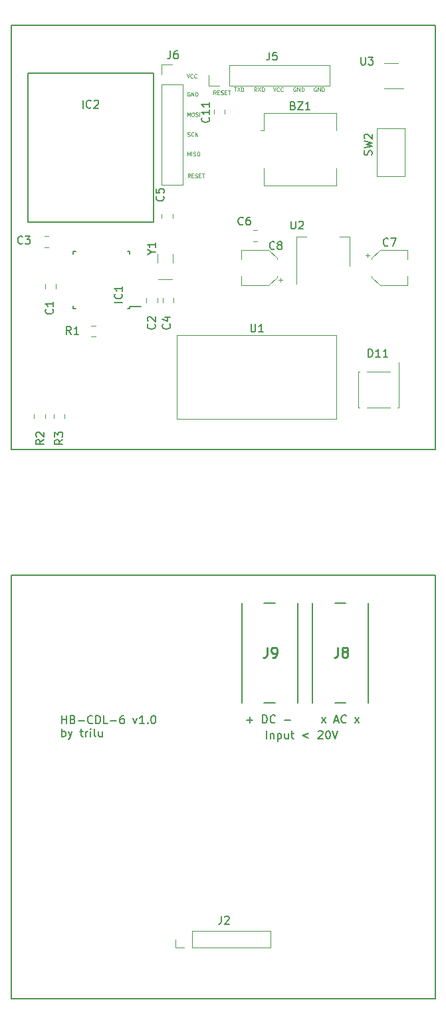
<source format=gbr>
G04 #@! TF.GenerationSoftware,KiCad,Pcbnew,(5.1.7)-1*
G04 #@! TF.CreationDate,2020-10-19T19:05:30+02:00*
G04 #@! TF.ProjectId,Touch-Steuerung,546f7563-682d-4537-9465-756572756e67,1.0*
G04 #@! TF.SameCoordinates,Original*
G04 #@! TF.FileFunction,Legend,Top*
G04 #@! TF.FilePolarity,Positive*
%FSLAX46Y46*%
G04 Gerber Fmt 4.6, Leading zero omitted, Abs format (unit mm)*
G04 Created by KiCad (PCBNEW (5.1.7)-1) date 2020-10-19 19:05:30*
%MOMM*%
%LPD*%
G01*
G04 APERTURE LIST*
%ADD10C,0.100000*%
%ADD11C,0.152400*%
%ADD12C,0.120000*%
%ADD13C,0.150000*%
%ADD14C,0.200000*%
%ADD15C,0.254000*%
G04 APERTURE END LIST*
D10*
X100373809Y-53026190D02*
X100207142Y-52788095D01*
X100088095Y-53026190D02*
X100088095Y-52526190D01*
X100278571Y-52526190D01*
X100326190Y-52550000D01*
X100350000Y-52573809D01*
X100373809Y-52621428D01*
X100373809Y-52692857D01*
X100350000Y-52740476D01*
X100326190Y-52764285D01*
X100278571Y-52788095D01*
X100088095Y-52788095D01*
X100588095Y-52764285D02*
X100754761Y-52764285D01*
X100826190Y-53026190D02*
X100588095Y-53026190D01*
X100588095Y-52526190D01*
X100826190Y-52526190D01*
X101016666Y-53002380D02*
X101088095Y-53026190D01*
X101207142Y-53026190D01*
X101254761Y-53002380D01*
X101278571Y-52978571D01*
X101302380Y-52930952D01*
X101302380Y-52883333D01*
X101278571Y-52835714D01*
X101254761Y-52811904D01*
X101207142Y-52788095D01*
X101111904Y-52764285D01*
X101064285Y-52740476D01*
X101040476Y-52716666D01*
X101016666Y-52669047D01*
X101016666Y-52621428D01*
X101040476Y-52573809D01*
X101064285Y-52550000D01*
X101111904Y-52526190D01*
X101230952Y-52526190D01*
X101302380Y-52550000D01*
X101516666Y-52764285D02*
X101683333Y-52764285D01*
X101754761Y-53026190D02*
X101516666Y-53026190D01*
X101516666Y-52526190D01*
X101754761Y-52526190D01*
X101897619Y-52526190D02*
X102183333Y-52526190D01*
X102040476Y-53026190D02*
X102040476Y-52526190D01*
X107633333Y-52126190D02*
X107800000Y-52626190D01*
X107966666Y-52126190D01*
X108419047Y-52578571D02*
X108395238Y-52602380D01*
X108323809Y-52626190D01*
X108276190Y-52626190D01*
X108204761Y-52602380D01*
X108157142Y-52554761D01*
X108133333Y-52507142D01*
X108109523Y-52411904D01*
X108109523Y-52340476D01*
X108133333Y-52245238D01*
X108157142Y-52197619D01*
X108204761Y-52150000D01*
X108276190Y-52126190D01*
X108323809Y-52126190D01*
X108395238Y-52150000D01*
X108419047Y-52173809D01*
X108919047Y-52578571D02*
X108895238Y-52602380D01*
X108823809Y-52626190D01*
X108776190Y-52626190D01*
X108704761Y-52602380D01*
X108657142Y-52554761D01*
X108633333Y-52507142D01*
X108609523Y-52411904D01*
X108609523Y-52340476D01*
X108633333Y-52245238D01*
X108657142Y-52197619D01*
X108704761Y-52150000D01*
X108776190Y-52126190D01*
X108823809Y-52126190D01*
X108895238Y-52150000D01*
X108919047Y-52173809D01*
X113119047Y-52150000D02*
X113071428Y-52126190D01*
X113000000Y-52126190D01*
X112928571Y-52150000D01*
X112880952Y-52197619D01*
X112857142Y-52245238D01*
X112833333Y-52340476D01*
X112833333Y-52411904D01*
X112857142Y-52507142D01*
X112880952Y-52554761D01*
X112928571Y-52602380D01*
X113000000Y-52626190D01*
X113047619Y-52626190D01*
X113119047Y-52602380D01*
X113142857Y-52578571D01*
X113142857Y-52411904D01*
X113047619Y-52411904D01*
X113357142Y-52626190D02*
X113357142Y-52126190D01*
X113642857Y-52626190D01*
X113642857Y-52126190D01*
X113880952Y-52626190D02*
X113880952Y-52126190D01*
X114000000Y-52126190D01*
X114071428Y-52150000D01*
X114119047Y-52197619D01*
X114142857Y-52245238D01*
X114166666Y-52340476D01*
X114166666Y-52411904D01*
X114142857Y-52507142D01*
X114119047Y-52554761D01*
X114071428Y-52602380D01*
X114000000Y-52626190D01*
X113880952Y-52626190D01*
D11*
X106824761Y-135059619D02*
X106824761Y-134043619D01*
X107308571Y-134382285D02*
X107308571Y-135059619D01*
X107308571Y-134479047D02*
X107356952Y-134430666D01*
X107453714Y-134382285D01*
X107598857Y-134382285D01*
X107695619Y-134430666D01*
X107744000Y-134527428D01*
X107744000Y-135059619D01*
X108227809Y-134382285D02*
X108227809Y-135398285D01*
X108227809Y-134430666D02*
X108324571Y-134382285D01*
X108518095Y-134382285D01*
X108614857Y-134430666D01*
X108663238Y-134479047D01*
X108711619Y-134575809D01*
X108711619Y-134866095D01*
X108663238Y-134962857D01*
X108614857Y-135011238D01*
X108518095Y-135059619D01*
X108324571Y-135059619D01*
X108227809Y-135011238D01*
X109582476Y-134382285D02*
X109582476Y-135059619D01*
X109147047Y-134382285D02*
X109147047Y-134914476D01*
X109195428Y-135011238D01*
X109292190Y-135059619D01*
X109437333Y-135059619D01*
X109534095Y-135011238D01*
X109582476Y-134962857D01*
X109921142Y-134382285D02*
X110308190Y-134382285D01*
X110066285Y-134043619D02*
X110066285Y-134914476D01*
X110114666Y-135011238D01*
X110211428Y-135059619D01*
X110308190Y-135059619D01*
X112195047Y-134382285D02*
X111420952Y-134672571D01*
X112195047Y-134962857D01*
X113404571Y-134140380D02*
X113452952Y-134092000D01*
X113549714Y-134043619D01*
X113791619Y-134043619D01*
X113888380Y-134092000D01*
X113936761Y-134140380D01*
X113985142Y-134237142D01*
X113985142Y-134333904D01*
X113936761Y-134479047D01*
X113356190Y-135059619D01*
X113985142Y-135059619D01*
X114614095Y-134043619D02*
X114710857Y-134043619D01*
X114807619Y-134092000D01*
X114856000Y-134140380D01*
X114904380Y-134237142D01*
X114952761Y-134430666D01*
X114952761Y-134672571D01*
X114904380Y-134866095D01*
X114856000Y-134962857D01*
X114807619Y-135011238D01*
X114710857Y-135059619D01*
X114614095Y-135059619D01*
X114517333Y-135011238D01*
X114468952Y-134962857D01*
X114420571Y-134866095D01*
X114372190Y-134672571D01*
X114372190Y-134430666D01*
X114420571Y-134237142D01*
X114468952Y-134140380D01*
X114517333Y-134092000D01*
X114614095Y-134043619D01*
X115243047Y-134043619D02*
X115581714Y-135059619D01*
X115920380Y-134043619D01*
X104293904Y-132672571D02*
X105068000Y-132672571D01*
X104680952Y-133059619D02*
X104680952Y-132285523D01*
X106325904Y-133059619D02*
X106325904Y-132043619D01*
X106567809Y-132043619D01*
X106712952Y-132092000D01*
X106809714Y-132188761D01*
X106858095Y-132285523D01*
X106906476Y-132479047D01*
X106906476Y-132624190D01*
X106858095Y-132817714D01*
X106809714Y-132914476D01*
X106712952Y-133011238D01*
X106567809Y-133059619D01*
X106325904Y-133059619D01*
X107922476Y-132962857D02*
X107874095Y-133011238D01*
X107728952Y-133059619D01*
X107632190Y-133059619D01*
X107487047Y-133011238D01*
X107390285Y-132914476D01*
X107341904Y-132817714D01*
X107293523Y-132624190D01*
X107293523Y-132479047D01*
X107341904Y-132285523D01*
X107390285Y-132188761D01*
X107487047Y-132092000D01*
X107632190Y-132043619D01*
X107728952Y-132043619D01*
X107874095Y-132092000D01*
X107922476Y-132140380D01*
X109132000Y-132672571D02*
X109906095Y-132672571D01*
X113818095Y-133059619D02*
X114350285Y-132382285D01*
X113818095Y-132382285D02*
X114350285Y-133059619D01*
X115463047Y-132769333D02*
X115946857Y-132769333D01*
X115366285Y-133059619D02*
X115704952Y-132043619D01*
X116043619Y-133059619D01*
X116962857Y-132962857D02*
X116914476Y-133011238D01*
X116769333Y-133059619D01*
X116672571Y-133059619D01*
X116527428Y-133011238D01*
X116430666Y-132914476D01*
X116382285Y-132817714D01*
X116333904Y-132624190D01*
X116333904Y-132479047D01*
X116382285Y-132285523D01*
X116430666Y-132188761D01*
X116527428Y-132092000D01*
X116672571Y-132043619D01*
X116769333Y-132043619D01*
X116914476Y-132092000D01*
X116962857Y-132140380D01*
X118075619Y-133059619D02*
X118607809Y-132382285D01*
X118075619Y-132382285D02*
X118607809Y-133059619D01*
X74300000Y-168200000D02*
X74300000Y-114200000D01*
X128300000Y-168200000D02*
X74300000Y-168200000D01*
X128300000Y-114200000D02*
X128300000Y-168200000D01*
X74300000Y-114200000D02*
X128300000Y-114200000D01*
X74300000Y-44200000D02*
X74300000Y-98200000D01*
X128300000Y-44200000D02*
X74300000Y-44200000D01*
X128300000Y-98200000D02*
X128300000Y-44200000D01*
X74300000Y-98200000D02*
X128300000Y-98200000D01*
X80740964Y-133121419D02*
X80740964Y-132105419D01*
X80740964Y-132589228D02*
X81321536Y-132589228D01*
X81321536Y-133121419D02*
X81321536Y-132105419D01*
X82144012Y-132589228D02*
X82289155Y-132637609D01*
X82337536Y-132685990D01*
X82385917Y-132782752D01*
X82385917Y-132927895D01*
X82337536Y-133024657D01*
X82289155Y-133073038D01*
X82192393Y-133121419D01*
X81805345Y-133121419D01*
X81805345Y-132105419D01*
X82144012Y-132105419D01*
X82240774Y-132153800D01*
X82289155Y-132202180D01*
X82337536Y-132298942D01*
X82337536Y-132395704D01*
X82289155Y-132492466D01*
X82240774Y-132540847D01*
X82144012Y-132589228D01*
X81805345Y-132589228D01*
X82821345Y-132734371D02*
X83595440Y-132734371D01*
X84659821Y-133024657D02*
X84611440Y-133073038D01*
X84466298Y-133121419D01*
X84369536Y-133121419D01*
X84224393Y-133073038D01*
X84127631Y-132976276D01*
X84079250Y-132879514D01*
X84030869Y-132685990D01*
X84030869Y-132540847D01*
X84079250Y-132347323D01*
X84127631Y-132250561D01*
X84224393Y-132153800D01*
X84369536Y-132105419D01*
X84466298Y-132105419D01*
X84611440Y-132153800D01*
X84659821Y-132202180D01*
X85095250Y-133121419D02*
X85095250Y-132105419D01*
X85337155Y-132105419D01*
X85482298Y-132153800D01*
X85579060Y-132250561D01*
X85627440Y-132347323D01*
X85675821Y-132540847D01*
X85675821Y-132685990D01*
X85627440Y-132879514D01*
X85579060Y-132976276D01*
X85482298Y-133073038D01*
X85337155Y-133121419D01*
X85095250Y-133121419D01*
X86595060Y-133121419D02*
X86111250Y-133121419D01*
X86111250Y-132105419D01*
X86933726Y-132734371D02*
X87707821Y-132734371D01*
X88627060Y-132105419D02*
X88433536Y-132105419D01*
X88336774Y-132153800D01*
X88288393Y-132202180D01*
X88191631Y-132347323D01*
X88143250Y-132540847D01*
X88143250Y-132927895D01*
X88191631Y-133024657D01*
X88240012Y-133073038D01*
X88336774Y-133121419D01*
X88530298Y-133121419D01*
X88627060Y-133073038D01*
X88675440Y-133024657D01*
X88723821Y-132927895D01*
X88723821Y-132685990D01*
X88675440Y-132589228D01*
X88627060Y-132540847D01*
X88530298Y-132492466D01*
X88336774Y-132492466D01*
X88240012Y-132540847D01*
X88191631Y-132589228D01*
X88143250Y-132685990D01*
X89836583Y-132444085D02*
X90078488Y-133121419D01*
X90320393Y-132444085D01*
X91239631Y-133121419D02*
X90659060Y-133121419D01*
X90949345Y-133121419D02*
X90949345Y-132105419D01*
X90852583Y-132250561D01*
X90755821Y-132347323D01*
X90659060Y-132395704D01*
X91675060Y-133024657D02*
X91723440Y-133073038D01*
X91675060Y-133121419D01*
X91626679Y-133073038D01*
X91675060Y-133024657D01*
X91675060Y-133121419D01*
X92352393Y-132105419D02*
X92449155Y-132105419D01*
X92545917Y-132153800D01*
X92594298Y-132202180D01*
X92642679Y-132298942D01*
X92691060Y-132492466D01*
X92691060Y-132734371D01*
X92642679Y-132927895D01*
X92594298Y-133024657D01*
X92545917Y-133073038D01*
X92449155Y-133121419D01*
X92352393Y-133121419D01*
X92255631Y-133073038D01*
X92207250Y-133024657D01*
X92158869Y-132927895D01*
X92110488Y-132734371D01*
X92110488Y-132492466D01*
X92158869Y-132298942D01*
X92207250Y-132202180D01*
X92255631Y-132153800D01*
X92352393Y-132105419D01*
X80740964Y-134797819D02*
X80740964Y-133781819D01*
X80740964Y-134168866D02*
X80837726Y-134120485D01*
X81031250Y-134120485D01*
X81128012Y-134168866D01*
X81176393Y-134217247D01*
X81224774Y-134314009D01*
X81224774Y-134604295D01*
X81176393Y-134701057D01*
X81128012Y-134749438D01*
X81031250Y-134797819D01*
X80837726Y-134797819D01*
X80740964Y-134749438D01*
X81563440Y-134120485D02*
X81805345Y-134797819D01*
X82047250Y-134120485D02*
X81805345Y-134797819D01*
X81708583Y-135039723D01*
X81660202Y-135088104D01*
X81563440Y-135136485D01*
X83063250Y-134120485D02*
X83450298Y-134120485D01*
X83208393Y-133781819D02*
X83208393Y-134652676D01*
X83256774Y-134749438D01*
X83353536Y-134797819D01*
X83450298Y-134797819D01*
X83788964Y-134797819D02*
X83788964Y-134120485D01*
X83788964Y-134314009D02*
X83837345Y-134217247D01*
X83885726Y-134168866D01*
X83982488Y-134120485D01*
X84079250Y-134120485D01*
X84417917Y-134797819D02*
X84417917Y-134120485D01*
X84417917Y-133781819D02*
X84369536Y-133830200D01*
X84417917Y-133878580D01*
X84466298Y-133830200D01*
X84417917Y-133781819D01*
X84417917Y-133878580D01*
X85046869Y-134797819D02*
X84950107Y-134749438D01*
X84901726Y-134652676D01*
X84901726Y-133781819D01*
X85869345Y-134120485D02*
X85869345Y-134797819D01*
X85433917Y-134120485D02*
X85433917Y-134652676D01*
X85482298Y-134749438D01*
X85579060Y-134797819D01*
X85724202Y-134797819D01*
X85820964Y-134749438D01*
X85869345Y-134701057D01*
D10*
X96714285Y-60826190D02*
X96714285Y-60326190D01*
X96880952Y-60683333D01*
X97047619Y-60326190D01*
X97047619Y-60826190D01*
X97285714Y-60826190D02*
X97285714Y-60326190D01*
X97500000Y-60802380D02*
X97571428Y-60826190D01*
X97690476Y-60826190D01*
X97738095Y-60802380D01*
X97761904Y-60778571D01*
X97785714Y-60730952D01*
X97785714Y-60683333D01*
X97761904Y-60635714D01*
X97738095Y-60611904D01*
X97690476Y-60588095D01*
X97595238Y-60564285D01*
X97547619Y-60540476D01*
X97523809Y-60516666D01*
X97500000Y-60469047D01*
X97500000Y-60421428D01*
X97523809Y-60373809D01*
X97547619Y-60350000D01*
X97595238Y-60326190D01*
X97714285Y-60326190D01*
X97785714Y-60350000D01*
X98095238Y-60326190D02*
X98190476Y-60326190D01*
X98238095Y-60350000D01*
X98285714Y-60397619D01*
X98309523Y-60492857D01*
X98309523Y-60659523D01*
X98285714Y-60754761D01*
X98238095Y-60802380D01*
X98190476Y-60826190D01*
X98095238Y-60826190D01*
X98047619Y-60802380D01*
X98000000Y-60754761D01*
X97976190Y-60659523D01*
X97976190Y-60492857D01*
X98000000Y-60397619D01*
X98047619Y-60350000D01*
X98095238Y-60326190D01*
X96757142Y-58302380D02*
X96828571Y-58326190D01*
X96947619Y-58326190D01*
X96995238Y-58302380D01*
X97019047Y-58278571D01*
X97042857Y-58230952D01*
X97042857Y-58183333D01*
X97019047Y-58135714D01*
X96995238Y-58111904D01*
X96947619Y-58088095D01*
X96852380Y-58064285D01*
X96804761Y-58040476D01*
X96780952Y-58016666D01*
X96757142Y-57969047D01*
X96757142Y-57921428D01*
X96780952Y-57873809D01*
X96804761Y-57850000D01*
X96852380Y-57826190D01*
X96971428Y-57826190D01*
X97042857Y-57850000D01*
X97542857Y-58278571D02*
X97519047Y-58302380D01*
X97447619Y-58326190D01*
X97400000Y-58326190D01*
X97328571Y-58302380D01*
X97280952Y-58254761D01*
X97257142Y-58207142D01*
X97233333Y-58111904D01*
X97233333Y-58040476D01*
X97257142Y-57945238D01*
X97280952Y-57897619D01*
X97328571Y-57850000D01*
X97400000Y-57826190D01*
X97447619Y-57826190D01*
X97519047Y-57850000D01*
X97542857Y-57873809D01*
X97757142Y-58326190D02*
X97757142Y-57826190D01*
X98042857Y-58326190D02*
X97828571Y-58040476D01*
X98042857Y-57826190D02*
X97757142Y-58111904D01*
X97073809Y-63626190D02*
X96907142Y-63388095D01*
X96788095Y-63626190D02*
X96788095Y-63126190D01*
X96978571Y-63126190D01*
X97026190Y-63150000D01*
X97050000Y-63173809D01*
X97073809Y-63221428D01*
X97073809Y-63292857D01*
X97050000Y-63340476D01*
X97026190Y-63364285D01*
X96978571Y-63388095D01*
X96788095Y-63388095D01*
X97288095Y-63364285D02*
X97454761Y-63364285D01*
X97526190Y-63626190D02*
X97288095Y-63626190D01*
X97288095Y-63126190D01*
X97526190Y-63126190D01*
X97716666Y-63602380D02*
X97788095Y-63626190D01*
X97907142Y-63626190D01*
X97954761Y-63602380D01*
X97978571Y-63578571D01*
X98002380Y-63530952D01*
X98002380Y-63483333D01*
X97978571Y-63435714D01*
X97954761Y-63411904D01*
X97907142Y-63388095D01*
X97811904Y-63364285D01*
X97764285Y-63340476D01*
X97740476Y-63316666D01*
X97716666Y-63269047D01*
X97716666Y-63221428D01*
X97740476Y-63173809D01*
X97764285Y-63150000D01*
X97811904Y-63126190D01*
X97930952Y-63126190D01*
X98002380Y-63150000D01*
X98216666Y-63364285D02*
X98383333Y-63364285D01*
X98454761Y-63626190D02*
X98216666Y-63626190D01*
X98216666Y-63126190D01*
X98454761Y-63126190D01*
X98597619Y-63126190D02*
X98883333Y-63126190D01*
X98740476Y-63626190D02*
X98740476Y-63126190D01*
X96714285Y-55826190D02*
X96714285Y-55326190D01*
X96880952Y-55683333D01*
X97047619Y-55326190D01*
X97047619Y-55826190D01*
X97380952Y-55326190D02*
X97476190Y-55326190D01*
X97523809Y-55350000D01*
X97571428Y-55397619D01*
X97595238Y-55492857D01*
X97595238Y-55659523D01*
X97571428Y-55754761D01*
X97523809Y-55802380D01*
X97476190Y-55826190D01*
X97380952Y-55826190D01*
X97333333Y-55802380D01*
X97285714Y-55754761D01*
X97261904Y-55659523D01*
X97261904Y-55492857D01*
X97285714Y-55397619D01*
X97333333Y-55350000D01*
X97380952Y-55326190D01*
X97785714Y-55802380D02*
X97857142Y-55826190D01*
X97976190Y-55826190D01*
X98023809Y-55802380D01*
X98047619Y-55778571D01*
X98071428Y-55730952D01*
X98071428Y-55683333D01*
X98047619Y-55635714D01*
X98023809Y-55611904D01*
X97976190Y-55588095D01*
X97880952Y-55564285D01*
X97833333Y-55540476D01*
X97809523Y-55516666D01*
X97785714Y-55469047D01*
X97785714Y-55421428D01*
X97809523Y-55373809D01*
X97833333Y-55350000D01*
X97880952Y-55326190D01*
X98000000Y-55326190D01*
X98071428Y-55350000D01*
X98285714Y-55826190D02*
X98285714Y-55326190D01*
X110519047Y-52150000D02*
X110471428Y-52126190D01*
X110400000Y-52126190D01*
X110328571Y-52150000D01*
X110280952Y-52197619D01*
X110257142Y-52245238D01*
X110233333Y-52340476D01*
X110233333Y-52411904D01*
X110257142Y-52507142D01*
X110280952Y-52554761D01*
X110328571Y-52602380D01*
X110400000Y-52626190D01*
X110447619Y-52626190D01*
X110519047Y-52602380D01*
X110542857Y-52578571D01*
X110542857Y-52411904D01*
X110447619Y-52411904D01*
X110757142Y-52626190D02*
X110757142Y-52126190D01*
X111042857Y-52626190D01*
X111042857Y-52126190D01*
X111280952Y-52626190D02*
X111280952Y-52126190D01*
X111400000Y-52126190D01*
X111471428Y-52150000D01*
X111519047Y-52197619D01*
X111542857Y-52245238D01*
X111566666Y-52340476D01*
X111566666Y-52411904D01*
X111542857Y-52507142D01*
X111519047Y-52554761D01*
X111471428Y-52602380D01*
X111400000Y-52626190D01*
X111280952Y-52626190D01*
X97019047Y-52750000D02*
X96971428Y-52726190D01*
X96900000Y-52726190D01*
X96828571Y-52750000D01*
X96780952Y-52797619D01*
X96757142Y-52845238D01*
X96733333Y-52940476D01*
X96733333Y-53011904D01*
X96757142Y-53107142D01*
X96780952Y-53154761D01*
X96828571Y-53202380D01*
X96900000Y-53226190D01*
X96947619Y-53226190D01*
X97019047Y-53202380D01*
X97042857Y-53178571D01*
X97042857Y-53011904D01*
X96947619Y-53011904D01*
X97257142Y-53226190D02*
X97257142Y-52726190D01*
X97542857Y-53226190D01*
X97542857Y-52726190D01*
X97780952Y-53226190D02*
X97780952Y-52726190D01*
X97900000Y-52726190D01*
X97971428Y-52750000D01*
X98019047Y-52797619D01*
X98042857Y-52845238D01*
X98066666Y-52940476D01*
X98066666Y-53011904D01*
X98042857Y-53107142D01*
X98019047Y-53154761D01*
X97971428Y-53202380D01*
X97900000Y-53226190D01*
X97780952Y-53226190D01*
X105566666Y-52626190D02*
X105400000Y-52388095D01*
X105280952Y-52626190D02*
X105280952Y-52126190D01*
X105471428Y-52126190D01*
X105519047Y-52150000D01*
X105542857Y-52173809D01*
X105566666Y-52221428D01*
X105566666Y-52292857D01*
X105542857Y-52340476D01*
X105519047Y-52364285D01*
X105471428Y-52388095D01*
X105280952Y-52388095D01*
X105733333Y-52126190D02*
X106066666Y-52626190D01*
X106066666Y-52126190D02*
X105733333Y-52626190D01*
X106257142Y-52626190D02*
X106257142Y-52126190D01*
X106376190Y-52126190D01*
X106447619Y-52150000D01*
X106495238Y-52197619D01*
X106519047Y-52245238D01*
X106542857Y-52340476D01*
X106542857Y-52411904D01*
X106519047Y-52507142D01*
X106495238Y-52554761D01*
X106447619Y-52602380D01*
X106376190Y-52626190D01*
X106257142Y-52626190D01*
X102669047Y-52126190D02*
X102954761Y-52126190D01*
X102811904Y-52626190D02*
X102811904Y-52126190D01*
X103073809Y-52126190D02*
X103407142Y-52626190D01*
X103407142Y-52126190D02*
X103073809Y-52626190D01*
X103597619Y-52626190D02*
X103597619Y-52126190D01*
X103716666Y-52126190D01*
X103788095Y-52150000D01*
X103835714Y-52197619D01*
X103859523Y-52245238D01*
X103883333Y-52340476D01*
X103883333Y-52411904D01*
X103859523Y-52507142D01*
X103835714Y-52554761D01*
X103788095Y-52602380D01*
X103716666Y-52626190D01*
X103597619Y-52626190D01*
X96633333Y-50426190D02*
X96800000Y-50926190D01*
X96966666Y-50426190D01*
X97419047Y-50878571D02*
X97395238Y-50902380D01*
X97323809Y-50926190D01*
X97276190Y-50926190D01*
X97204761Y-50902380D01*
X97157142Y-50854761D01*
X97133333Y-50807142D01*
X97109523Y-50711904D01*
X97109523Y-50640476D01*
X97133333Y-50545238D01*
X97157142Y-50497619D01*
X97204761Y-50450000D01*
X97276190Y-50426190D01*
X97323809Y-50426190D01*
X97395238Y-50450000D01*
X97419047Y-50473809D01*
X97919047Y-50878571D02*
X97895238Y-50902380D01*
X97823809Y-50926190D01*
X97776190Y-50926190D01*
X97704761Y-50902380D01*
X97657142Y-50854761D01*
X97633333Y-50807142D01*
X97609523Y-50711904D01*
X97609523Y-50640476D01*
X97633333Y-50545238D01*
X97657142Y-50497619D01*
X97704761Y-50450000D01*
X97776190Y-50426190D01*
X97823809Y-50426190D01*
X97895238Y-50450000D01*
X97919047Y-50473809D01*
D12*
X103615000Y-72815000D02*
X103615000Y-74015000D01*
X103615000Y-77335000D02*
X103615000Y-76135000D01*
X107070563Y-77335000D02*
X103615000Y-77335000D01*
X107070563Y-72815000D02*
X103615000Y-72815000D01*
X108135000Y-73879437D02*
X108135000Y-74015000D01*
X108135000Y-76270563D02*
X108135000Y-76135000D01*
X108135000Y-76270563D02*
X107070563Y-77335000D01*
X108135000Y-73879437D02*
X107070563Y-72815000D01*
X108875000Y-76635000D02*
X108375000Y-76635000D01*
X108625000Y-76885000D02*
X108625000Y-76385000D01*
X124460000Y-57315000D02*
X124460000Y-63435000D01*
X124460000Y-63435000D02*
X120840000Y-63435000D01*
X120840000Y-63435000D02*
X120840000Y-57315000D01*
X120840000Y-57315000D02*
X124460000Y-57315000D01*
X78600000Y-77181748D02*
X78600000Y-77704252D01*
X80020000Y-77181748D02*
X80020000Y-77704252D01*
X92910500Y-78959748D02*
X92910500Y-79482252D01*
X91490500Y-78959748D02*
X91490500Y-79482252D01*
X78540748Y-72501500D02*
X79063252Y-72501500D01*
X78540748Y-71081500D02*
X79063252Y-71081500D01*
X95006000Y-78959748D02*
X95006000Y-79482252D01*
X93586000Y-78959748D02*
X93586000Y-79482252D01*
X94879000Y-68750752D02*
X94879000Y-68228248D01*
X93459000Y-68750752D02*
X93459000Y-68228248D01*
D13*
X89412000Y-80242500D02*
X89412000Y-80017500D01*
X82162000Y-80242500D02*
X82162000Y-79917500D01*
X82162000Y-72992500D02*
X82162000Y-73317500D01*
X89412000Y-72992500D02*
X89412000Y-73317500D01*
X89412000Y-80242500D02*
X89087000Y-80242500D01*
X89412000Y-72992500D02*
X89087000Y-72992500D01*
X82162000Y-72992500D02*
X82487000Y-72992500D01*
X82162000Y-80242500D02*
X82487000Y-80242500D01*
X89412000Y-80017500D02*
X90837000Y-80017500D01*
X76390000Y-50282000D02*
X76390000Y-69282000D01*
X92390000Y-50282000D02*
X76390000Y-50282000D01*
X92390000Y-69282000D02*
X92390000Y-50282000D01*
X76390000Y-69282000D02*
X92390000Y-69282000D01*
D12*
X85032252Y-83868000D02*
X84509748Y-83868000D01*
X85032252Y-82448000D02*
X84509748Y-82448000D01*
X92965000Y-74437000D02*
X92965000Y-73337000D01*
X94865000Y-74437000D02*
X94865000Y-73337000D01*
X93015000Y-76587000D02*
X94815000Y-76587000D01*
X77190000Y-94236252D02*
X77190000Y-93713748D01*
X78610000Y-94236252D02*
X78610000Y-93713748D01*
X81110000Y-94236252D02*
X81110000Y-93713748D01*
X79690000Y-94236252D02*
X79690000Y-93713748D01*
X105636252Y-71710000D02*
X105113748Y-71710000D01*
X105636252Y-70290000D02*
X105113748Y-70290000D01*
X95240000Y-161660000D02*
X95240000Y-160600000D01*
X96300000Y-161660000D02*
X95240000Y-161660000D01*
X97300000Y-161660000D02*
X97300000Y-159540000D01*
X97300000Y-159540000D02*
X107360000Y-159540000D01*
X97300000Y-161660000D02*
X107360000Y-161660000D01*
X107360000Y-161660000D02*
X107360000Y-159540000D01*
X106500000Y-57600000D02*
X106100000Y-57600000D01*
X106500000Y-55400000D02*
X106500000Y-57600000D01*
X106500000Y-62400000D02*
X106500000Y-64600000D01*
X115700000Y-62400000D02*
X115700000Y-64600000D01*
X115700000Y-64600000D02*
X106500000Y-64600000D01*
X115700000Y-55400000D02*
X115700000Y-57600000D01*
X106500000Y-55400000D02*
X115700000Y-55400000D01*
X119725000Y-73265000D02*
X119725000Y-73765000D01*
X119475000Y-73515000D02*
X119975000Y-73515000D01*
X120215000Y-76270563D02*
X121279437Y-77335000D01*
X120215000Y-73879437D02*
X121279437Y-72815000D01*
X120215000Y-73879437D02*
X120215000Y-74015000D01*
X120215000Y-76270563D02*
X120215000Y-76135000D01*
X121279437Y-77335000D02*
X124735000Y-77335000D01*
X121279437Y-72815000D02*
X124735000Y-72815000D01*
X124735000Y-72815000D02*
X124735000Y-74015000D01*
X124735000Y-77335000D02*
X124735000Y-76135000D01*
X119600000Y-88300000D02*
X122600000Y-88300000D01*
X122600000Y-92900000D02*
X119600000Y-92900000D01*
X118500000Y-88300000D02*
X118700000Y-88300000D01*
X118500000Y-92900000D02*
X118500000Y-88300000D01*
X118700000Y-92900000D02*
X118500000Y-92900000D01*
X123700000Y-92900000D02*
X123700000Y-87100000D01*
X123500000Y-92900000D02*
X123700000Y-92900000D01*
X99470000Y-51930000D02*
X99470000Y-50600000D01*
X100800000Y-51930000D02*
X99470000Y-51930000D01*
X102070000Y-51930000D02*
X102070000Y-49270000D01*
X102070000Y-49270000D02*
X114830000Y-49270000D01*
X102070000Y-51930000D02*
X114830000Y-51930000D01*
X114830000Y-51930000D02*
X114830000Y-49270000D01*
X93470000Y-64530000D02*
X96130000Y-64530000D01*
X93470000Y-51770000D02*
X93470000Y-64530000D01*
X96130000Y-51770000D02*
X96130000Y-64530000D01*
X93470000Y-51770000D02*
X96130000Y-51770000D01*
X93470000Y-50500000D02*
X93470000Y-49170000D01*
X93470000Y-49170000D02*
X94800000Y-49170000D01*
D14*
X112697000Y-130458000D02*
X112697000Y-117758000D01*
X119767000Y-117758000D02*
X119767000Y-130458000D01*
X115516000Y-130458000D02*
X116884000Y-130458000D01*
X115516000Y-117758000D02*
X116884000Y-117758000D01*
X106516000Y-117758000D02*
X107884000Y-117758000D01*
X106516000Y-130458000D02*
X107884000Y-130458000D01*
X110767000Y-117758000D02*
X110767000Y-130458000D01*
X103697000Y-130458000D02*
X103697000Y-117758000D01*
D12*
X110615000Y-77150000D02*
X110615000Y-71140000D01*
X117435000Y-74900000D02*
X117435000Y-71140000D01*
X110615000Y-71140000D02*
X111875000Y-71140000D01*
X117435000Y-71140000D02*
X116175000Y-71140000D01*
X121800000Y-52260000D02*
X124250000Y-52260000D01*
X123600000Y-49040000D02*
X121800000Y-49040000D01*
X100090000Y-54938748D02*
X100090000Y-55461252D01*
X101510000Y-54938748D02*
X101510000Y-55461252D01*
X115700000Y-94300000D02*
X115700000Y-83700000D01*
X115700000Y-83700000D02*
X95400000Y-83700000D01*
X95400000Y-83700000D02*
X95400000Y-94300000D01*
X95400000Y-94300000D02*
X115700000Y-94300000D01*
D13*
X107833333Y-72657142D02*
X107785714Y-72704761D01*
X107642857Y-72752380D01*
X107547619Y-72752380D01*
X107404761Y-72704761D01*
X107309523Y-72609523D01*
X107261904Y-72514285D01*
X107214285Y-72323809D01*
X107214285Y-72180952D01*
X107261904Y-71990476D01*
X107309523Y-71895238D01*
X107404761Y-71800000D01*
X107547619Y-71752380D01*
X107642857Y-71752380D01*
X107785714Y-71800000D01*
X107833333Y-71847619D01*
X108404761Y-72180952D02*
X108309523Y-72133333D01*
X108261904Y-72085714D01*
X108214285Y-71990476D01*
X108214285Y-71942857D01*
X108261904Y-71847619D01*
X108309523Y-71800000D01*
X108404761Y-71752380D01*
X108595238Y-71752380D01*
X108690476Y-71800000D01*
X108738095Y-71847619D01*
X108785714Y-71942857D01*
X108785714Y-71990476D01*
X108738095Y-72085714D01*
X108690476Y-72133333D01*
X108595238Y-72180952D01*
X108404761Y-72180952D01*
X108309523Y-72228571D01*
X108261904Y-72276190D01*
X108214285Y-72371428D01*
X108214285Y-72561904D01*
X108261904Y-72657142D01*
X108309523Y-72704761D01*
X108404761Y-72752380D01*
X108595238Y-72752380D01*
X108690476Y-72704761D01*
X108738095Y-72657142D01*
X108785714Y-72561904D01*
X108785714Y-72371428D01*
X108738095Y-72276190D01*
X108690476Y-72228571D01*
X108595238Y-72180952D01*
X120204761Y-60733333D02*
X120252380Y-60590476D01*
X120252380Y-60352380D01*
X120204761Y-60257142D01*
X120157142Y-60209523D01*
X120061904Y-60161904D01*
X119966666Y-60161904D01*
X119871428Y-60209523D01*
X119823809Y-60257142D01*
X119776190Y-60352380D01*
X119728571Y-60542857D01*
X119680952Y-60638095D01*
X119633333Y-60685714D01*
X119538095Y-60733333D01*
X119442857Y-60733333D01*
X119347619Y-60685714D01*
X119300000Y-60638095D01*
X119252380Y-60542857D01*
X119252380Y-60304761D01*
X119300000Y-60161904D01*
X119252380Y-59828571D02*
X120252380Y-59590476D01*
X119538095Y-59400000D01*
X120252380Y-59209523D01*
X119252380Y-58971428D01*
X119347619Y-58638095D02*
X119300000Y-58590476D01*
X119252380Y-58495238D01*
X119252380Y-58257142D01*
X119300000Y-58161904D01*
X119347619Y-58114285D01*
X119442857Y-58066666D01*
X119538095Y-58066666D01*
X119680952Y-58114285D01*
X120252380Y-58685714D01*
X120252380Y-58066666D01*
X79557142Y-80366666D02*
X79604761Y-80414285D01*
X79652380Y-80557142D01*
X79652380Y-80652380D01*
X79604761Y-80795238D01*
X79509523Y-80890476D01*
X79414285Y-80938095D01*
X79223809Y-80985714D01*
X79080952Y-80985714D01*
X78890476Y-80938095D01*
X78795238Y-80890476D01*
X78700000Y-80795238D01*
X78652380Y-80652380D01*
X78652380Y-80557142D01*
X78700000Y-80414285D01*
X78747619Y-80366666D01*
X79652380Y-79414285D02*
X79652380Y-79985714D01*
X79652380Y-79700000D02*
X78652380Y-79700000D01*
X78795238Y-79795238D01*
X78890476Y-79890476D01*
X78938095Y-79985714D01*
X92557142Y-82266666D02*
X92604761Y-82314285D01*
X92652380Y-82457142D01*
X92652380Y-82552380D01*
X92604761Y-82695238D01*
X92509523Y-82790476D01*
X92414285Y-82838095D01*
X92223809Y-82885714D01*
X92080952Y-82885714D01*
X91890476Y-82838095D01*
X91795238Y-82790476D01*
X91700000Y-82695238D01*
X91652380Y-82552380D01*
X91652380Y-82457142D01*
X91700000Y-82314285D01*
X91747619Y-82266666D01*
X91747619Y-81885714D02*
X91700000Y-81838095D01*
X91652380Y-81742857D01*
X91652380Y-81504761D01*
X91700000Y-81409523D01*
X91747619Y-81361904D01*
X91842857Y-81314285D01*
X91938095Y-81314285D01*
X92080952Y-81361904D01*
X92652380Y-81933333D01*
X92652380Y-81314285D01*
X75733333Y-71957142D02*
X75685714Y-72004761D01*
X75542857Y-72052380D01*
X75447619Y-72052380D01*
X75304761Y-72004761D01*
X75209523Y-71909523D01*
X75161904Y-71814285D01*
X75114285Y-71623809D01*
X75114285Y-71480952D01*
X75161904Y-71290476D01*
X75209523Y-71195238D01*
X75304761Y-71100000D01*
X75447619Y-71052380D01*
X75542857Y-71052380D01*
X75685714Y-71100000D01*
X75733333Y-71147619D01*
X76066666Y-71052380D02*
X76685714Y-71052380D01*
X76352380Y-71433333D01*
X76495238Y-71433333D01*
X76590476Y-71480952D01*
X76638095Y-71528571D01*
X76685714Y-71623809D01*
X76685714Y-71861904D01*
X76638095Y-71957142D01*
X76590476Y-72004761D01*
X76495238Y-72052380D01*
X76209523Y-72052380D01*
X76114285Y-72004761D01*
X76066666Y-71957142D01*
X94457142Y-82266666D02*
X94504761Y-82314285D01*
X94552380Y-82457142D01*
X94552380Y-82552380D01*
X94504761Y-82695238D01*
X94409523Y-82790476D01*
X94314285Y-82838095D01*
X94123809Y-82885714D01*
X93980952Y-82885714D01*
X93790476Y-82838095D01*
X93695238Y-82790476D01*
X93600000Y-82695238D01*
X93552380Y-82552380D01*
X93552380Y-82457142D01*
X93600000Y-82314285D01*
X93647619Y-82266666D01*
X93885714Y-81409523D02*
X94552380Y-81409523D01*
X93504761Y-81647619D02*
X94219047Y-81885714D01*
X94219047Y-81266666D01*
X93657142Y-65966666D02*
X93704761Y-66014285D01*
X93752380Y-66157142D01*
X93752380Y-66252380D01*
X93704761Y-66395238D01*
X93609523Y-66490476D01*
X93514285Y-66538095D01*
X93323809Y-66585714D01*
X93180952Y-66585714D01*
X92990476Y-66538095D01*
X92895238Y-66490476D01*
X92800000Y-66395238D01*
X92752380Y-66252380D01*
X92752380Y-66157142D01*
X92800000Y-66014285D01*
X92847619Y-65966666D01*
X92752380Y-65061904D02*
X92752380Y-65538095D01*
X93228571Y-65585714D01*
X93180952Y-65538095D01*
X93133333Y-65442857D01*
X93133333Y-65204761D01*
X93180952Y-65109523D01*
X93228571Y-65061904D01*
X93323809Y-65014285D01*
X93561904Y-65014285D01*
X93657142Y-65061904D01*
X93704761Y-65109523D01*
X93752380Y-65204761D01*
X93752380Y-65442857D01*
X93704761Y-65538095D01*
X93657142Y-65585714D01*
X88452380Y-79476190D02*
X87452380Y-79476190D01*
X88357142Y-78428571D02*
X88404761Y-78476190D01*
X88452380Y-78619047D01*
X88452380Y-78714285D01*
X88404761Y-78857142D01*
X88309523Y-78952380D01*
X88214285Y-79000000D01*
X88023809Y-79047619D01*
X87880952Y-79047619D01*
X87690476Y-79000000D01*
X87595238Y-78952380D01*
X87500000Y-78857142D01*
X87452380Y-78714285D01*
X87452380Y-78619047D01*
X87500000Y-78476190D01*
X87547619Y-78428571D01*
X88452380Y-77476190D02*
X88452380Y-78047619D01*
X88452380Y-77761904D02*
X87452380Y-77761904D01*
X87595238Y-77857142D01*
X87690476Y-77952380D01*
X87738095Y-78047619D01*
X83423809Y-54752380D02*
X83423809Y-53752380D01*
X84471428Y-54657142D02*
X84423809Y-54704761D01*
X84280952Y-54752380D01*
X84185714Y-54752380D01*
X84042857Y-54704761D01*
X83947619Y-54609523D01*
X83900000Y-54514285D01*
X83852380Y-54323809D01*
X83852380Y-54180952D01*
X83900000Y-53990476D01*
X83947619Y-53895238D01*
X84042857Y-53800000D01*
X84185714Y-53752380D01*
X84280952Y-53752380D01*
X84423809Y-53800000D01*
X84471428Y-53847619D01*
X84852380Y-53847619D02*
X84900000Y-53800000D01*
X84995238Y-53752380D01*
X85233333Y-53752380D01*
X85328571Y-53800000D01*
X85376190Y-53847619D01*
X85423809Y-53942857D01*
X85423809Y-54038095D01*
X85376190Y-54180952D01*
X84804761Y-54752380D01*
X85423809Y-54752380D01*
X81933333Y-83552380D02*
X81600000Y-83076190D01*
X81361904Y-83552380D02*
X81361904Y-82552380D01*
X81742857Y-82552380D01*
X81838095Y-82600000D01*
X81885714Y-82647619D01*
X81933333Y-82742857D01*
X81933333Y-82885714D01*
X81885714Y-82980952D01*
X81838095Y-83028571D01*
X81742857Y-83076190D01*
X81361904Y-83076190D01*
X82885714Y-83552380D02*
X82314285Y-83552380D01*
X82600000Y-83552380D02*
X82600000Y-82552380D01*
X82504761Y-82695238D01*
X82409523Y-82790476D01*
X82314285Y-82838095D01*
X92176190Y-73076190D02*
X92652380Y-73076190D01*
X91652380Y-73409523D02*
X92176190Y-73076190D01*
X91652380Y-72742857D01*
X92652380Y-71885714D02*
X92652380Y-72457142D01*
X92652380Y-72171428D02*
X91652380Y-72171428D01*
X91795238Y-72266666D01*
X91890476Y-72361904D01*
X91938095Y-72457142D01*
X78452380Y-96966666D02*
X77976190Y-97300000D01*
X78452380Y-97538095D02*
X77452380Y-97538095D01*
X77452380Y-97157142D01*
X77500000Y-97061904D01*
X77547619Y-97014285D01*
X77642857Y-96966666D01*
X77785714Y-96966666D01*
X77880952Y-97014285D01*
X77928571Y-97061904D01*
X77976190Y-97157142D01*
X77976190Y-97538095D01*
X77547619Y-96585714D02*
X77500000Y-96538095D01*
X77452380Y-96442857D01*
X77452380Y-96204761D01*
X77500000Y-96109523D01*
X77547619Y-96061904D01*
X77642857Y-96014285D01*
X77738095Y-96014285D01*
X77880952Y-96061904D01*
X78452380Y-96633333D01*
X78452380Y-96014285D01*
X80852380Y-96966666D02*
X80376190Y-97300000D01*
X80852380Y-97538095D02*
X79852380Y-97538095D01*
X79852380Y-97157142D01*
X79900000Y-97061904D01*
X79947619Y-97014285D01*
X80042857Y-96966666D01*
X80185714Y-96966666D01*
X80280952Y-97014285D01*
X80328571Y-97061904D01*
X80376190Y-97157142D01*
X80376190Y-97538095D01*
X79852380Y-96633333D02*
X79852380Y-96014285D01*
X80233333Y-96347619D01*
X80233333Y-96204761D01*
X80280952Y-96109523D01*
X80328571Y-96061904D01*
X80423809Y-96014285D01*
X80661904Y-96014285D01*
X80757142Y-96061904D01*
X80804761Y-96109523D01*
X80852380Y-96204761D01*
X80852380Y-96490476D01*
X80804761Y-96585714D01*
X80757142Y-96633333D01*
X103833333Y-69557142D02*
X103785714Y-69604761D01*
X103642857Y-69652380D01*
X103547619Y-69652380D01*
X103404761Y-69604761D01*
X103309523Y-69509523D01*
X103261904Y-69414285D01*
X103214285Y-69223809D01*
X103214285Y-69080952D01*
X103261904Y-68890476D01*
X103309523Y-68795238D01*
X103404761Y-68700000D01*
X103547619Y-68652380D01*
X103642857Y-68652380D01*
X103785714Y-68700000D01*
X103833333Y-68747619D01*
X104690476Y-68652380D02*
X104500000Y-68652380D01*
X104404761Y-68700000D01*
X104357142Y-68747619D01*
X104261904Y-68890476D01*
X104214285Y-69080952D01*
X104214285Y-69461904D01*
X104261904Y-69557142D01*
X104309523Y-69604761D01*
X104404761Y-69652380D01*
X104595238Y-69652380D01*
X104690476Y-69604761D01*
X104738095Y-69557142D01*
X104785714Y-69461904D01*
X104785714Y-69223809D01*
X104738095Y-69128571D01*
X104690476Y-69080952D01*
X104595238Y-69033333D01*
X104404761Y-69033333D01*
X104309523Y-69080952D01*
X104261904Y-69128571D01*
X104214285Y-69223809D01*
X101066666Y-157652380D02*
X101066666Y-158366666D01*
X101019047Y-158509523D01*
X100923809Y-158604761D01*
X100780952Y-158652380D01*
X100685714Y-158652380D01*
X101495238Y-157747619D02*
X101542857Y-157700000D01*
X101638095Y-157652380D01*
X101876190Y-157652380D01*
X101971428Y-157700000D01*
X102019047Y-157747619D01*
X102066666Y-157842857D01*
X102066666Y-157938095D01*
X102019047Y-158080952D01*
X101447619Y-158652380D01*
X102066666Y-158652380D01*
X110219047Y-54428571D02*
X110361904Y-54476190D01*
X110409523Y-54523809D01*
X110457142Y-54619047D01*
X110457142Y-54761904D01*
X110409523Y-54857142D01*
X110361904Y-54904761D01*
X110266666Y-54952380D01*
X109885714Y-54952380D01*
X109885714Y-53952380D01*
X110219047Y-53952380D01*
X110314285Y-54000000D01*
X110361904Y-54047619D01*
X110409523Y-54142857D01*
X110409523Y-54238095D01*
X110361904Y-54333333D01*
X110314285Y-54380952D01*
X110219047Y-54428571D01*
X109885714Y-54428571D01*
X110790476Y-53952380D02*
X111457142Y-53952380D01*
X110790476Y-54952380D01*
X111457142Y-54952380D01*
X112361904Y-54952380D02*
X111790476Y-54952380D01*
X112076190Y-54952380D02*
X112076190Y-53952380D01*
X111980952Y-54095238D01*
X111885714Y-54190476D01*
X111790476Y-54238095D01*
X122308333Y-72232142D02*
X122260714Y-72279761D01*
X122117857Y-72327380D01*
X122022619Y-72327380D01*
X121879761Y-72279761D01*
X121784523Y-72184523D01*
X121736904Y-72089285D01*
X121689285Y-71898809D01*
X121689285Y-71755952D01*
X121736904Y-71565476D01*
X121784523Y-71470238D01*
X121879761Y-71375000D01*
X122022619Y-71327380D01*
X122117857Y-71327380D01*
X122260714Y-71375000D01*
X122308333Y-71422619D01*
X122641666Y-71327380D02*
X123308333Y-71327380D01*
X122879761Y-72327380D01*
X119785714Y-86452380D02*
X119785714Y-85452380D01*
X120023809Y-85452380D01*
X120166666Y-85500000D01*
X120261904Y-85595238D01*
X120309523Y-85690476D01*
X120357142Y-85880952D01*
X120357142Y-86023809D01*
X120309523Y-86214285D01*
X120261904Y-86309523D01*
X120166666Y-86404761D01*
X120023809Y-86452380D01*
X119785714Y-86452380D01*
X121309523Y-86452380D02*
X120738095Y-86452380D01*
X121023809Y-86452380D02*
X121023809Y-85452380D01*
X120928571Y-85595238D01*
X120833333Y-85690476D01*
X120738095Y-85738095D01*
X122261904Y-86452380D02*
X121690476Y-86452380D01*
X121976190Y-86452380D02*
X121976190Y-85452380D01*
X121880952Y-85595238D01*
X121785714Y-85690476D01*
X121690476Y-85738095D01*
X107166666Y-47652380D02*
X107166666Y-48366666D01*
X107119047Y-48509523D01*
X107023809Y-48604761D01*
X106880952Y-48652380D01*
X106785714Y-48652380D01*
X108119047Y-47652380D02*
X107642857Y-47652380D01*
X107595238Y-48128571D01*
X107642857Y-48080952D01*
X107738095Y-48033333D01*
X107976190Y-48033333D01*
X108071428Y-48080952D01*
X108119047Y-48128571D01*
X108166666Y-48223809D01*
X108166666Y-48461904D01*
X108119047Y-48557142D01*
X108071428Y-48604761D01*
X107976190Y-48652380D01*
X107738095Y-48652380D01*
X107642857Y-48604761D01*
X107595238Y-48557142D01*
X94566666Y-47452380D02*
X94566666Y-48166666D01*
X94519047Y-48309523D01*
X94423809Y-48404761D01*
X94280952Y-48452380D01*
X94185714Y-48452380D01*
X95471428Y-47452380D02*
X95280952Y-47452380D01*
X95185714Y-47500000D01*
X95138095Y-47547619D01*
X95042857Y-47690476D01*
X94995238Y-47880952D01*
X94995238Y-48261904D01*
X95042857Y-48357142D01*
X95090476Y-48404761D01*
X95185714Y-48452380D01*
X95376190Y-48452380D01*
X95471428Y-48404761D01*
X95519047Y-48357142D01*
X95566666Y-48261904D01*
X95566666Y-48023809D01*
X95519047Y-47928571D01*
X95471428Y-47880952D01*
X95376190Y-47833333D01*
X95185714Y-47833333D01*
X95090476Y-47880952D01*
X95042857Y-47928571D01*
X94995238Y-48023809D01*
D15*
X115903526Y-123424503D02*
X115903526Y-124331646D01*
X115843050Y-124513075D01*
X115722098Y-124634027D01*
X115540669Y-124694503D01*
X115419717Y-124694503D01*
X116689717Y-123968789D02*
X116568764Y-123908313D01*
X116508288Y-123847837D01*
X116447812Y-123726884D01*
X116447812Y-123666408D01*
X116508288Y-123545456D01*
X116568764Y-123484980D01*
X116689717Y-123424503D01*
X116931621Y-123424503D01*
X117052574Y-123484980D01*
X117113050Y-123545456D01*
X117173526Y-123666408D01*
X117173526Y-123726884D01*
X117113050Y-123847837D01*
X117052574Y-123908313D01*
X116931621Y-123968789D01*
X116689717Y-123968789D01*
X116568764Y-124029265D01*
X116508288Y-124089741D01*
X116447812Y-124210694D01*
X116447812Y-124452599D01*
X116508288Y-124573551D01*
X116568764Y-124634027D01*
X116689717Y-124694503D01*
X116931621Y-124694503D01*
X117052574Y-124634027D01*
X117113050Y-124573551D01*
X117173526Y-124452599D01*
X117173526Y-124210694D01*
X117113050Y-124089741D01*
X117052574Y-124029265D01*
X116931621Y-123968789D01*
X106903526Y-123424503D02*
X106903526Y-124331646D01*
X106843050Y-124513075D01*
X106722098Y-124634027D01*
X106540669Y-124694503D01*
X106419717Y-124694503D01*
X107568764Y-124694503D02*
X107810669Y-124694503D01*
X107931621Y-124634027D01*
X107992098Y-124573551D01*
X108113050Y-124392122D01*
X108173526Y-124150218D01*
X108173526Y-123666408D01*
X108113050Y-123545456D01*
X108052574Y-123484980D01*
X107931621Y-123424503D01*
X107689717Y-123424503D01*
X107568764Y-123484980D01*
X107508288Y-123545456D01*
X107447812Y-123666408D01*
X107447812Y-123968789D01*
X107508288Y-124089741D01*
X107568764Y-124150218D01*
X107689717Y-124210694D01*
X107931621Y-124210694D01*
X108052574Y-124150218D01*
X108113050Y-124089741D01*
X108173526Y-123968789D01*
D13*
X109938095Y-69152380D02*
X109938095Y-69961904D01*
X109985714Y-70057142D01*
X110033333Y-70104761D01*
X110128571Y-70152380D01*
X110319047Y-70152380D01*
X110414285Y-70104761D01*
X110461904Y-70057142D01*
X110509523Y-69961904D01*
X110509523Y-69152380D01*
X110938095Y-69247619D02*
X110985714Y-69200000D01*
X111080952Y-69152380D01*
X111319047Y-69152380D01*
X111414285Y-69200000D01*
X111461904Y-69247619D01*
X111509523Y-69342857D01*
X111509523Y-69438095D01*
X111461904Y-69580952D01*
X110890476Y-70152380D01*
X111509523Y-70152380D01*
X118838095Y-48252380D02*
X118838095Y-49061904D01*
X118885714Y-49157142D01*
X118933333Y-49204761D01*
X119028571Y-49252380D01*
X119219047Y-49252380D01*
X119314285Y-49204761D01*
X119361904Y-49157142D01*
X119409523Y-49061904D01*
X119409523Y-48252380D01*
X119790476Y-48252380D02*
X120409523Y-48252380D01*
X120076190Y-48633333D01*
X120219047Y-48633333D01*
X120314285Y-48680952D01*
X120361904Y-48728571D01*
X120409523Y-48823809D01*
X120409523Y-49061904D01*
X120361904Y-49157142D01*
X120314285Y-49204761D01*
X120219047Y-49252380D01*
X119933333Y-49252380D01*
X119838095Y-49204761D01*
X119790476Y-49157142D01*
X99457142Y-55942857D02*
X99504761Y-55990476D01*
X99552380Y-56133333D01*
X99552380Y-56228571D01*
X99504761Y-56371428D01*
X99409523Y-56466666D01*
X99314285Y-56514285D01*
X99123809Y-56561904D01*
X98980952Y-56561904D01*
X98790476Y-56514285D01*
X98695238Y-56466666D01*
X98600000Y-56371428D01*
X98552380Y-56228571D01*
X98552380Y-56133333D01*
X98600000Y-55990476D01*
X98647619Y-55942857D01*
X99552380Y-54990476D02*
X99552380Y-55561904D01*
X99552380Y-55276190D02*
X98552380Y-55276190D01*
X98695238Y-55371428D01*
X98790476Y-55466666D01*
X98838095Y-55561904D01*
X99552380Y-54038095D02*
X99552380Y-54609523D01*
X99552380Y-54323809D02*
X98552380Y-54323809D01*
X98695238Y-54419047D01*
X98790476Y-54514285D01*
X98838095Y-54609523D01*
X104838095Y-82252380D02*
X104838095Y-83061904D01*
X104885714Y-83157142D01*
X104933333Y-83204761D01*
X105028571Y-83252380D01*
X105219047Y-83252380D01*
X105314285Y-83204761D01*
X105361904Y-83157142D01*
X105409523Y-83061904D01*
X105409523Y-82252380D01*
X106409523Y-83252380D02*
X105838095Y-83252380D01*
X106123809Y-83252380D02*
X106123809Y-82252380D01*
X106028571Y-82395238D01*
X105933333Y-82490476D01*
X105838095Y-82538095D01*
M02*

</source>
